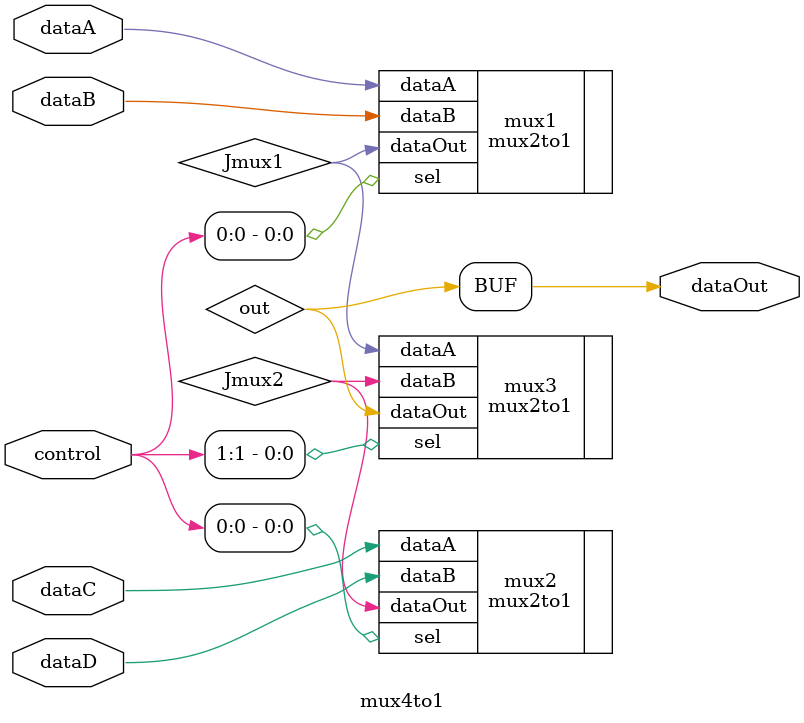
<source format=v>
`timescale 1ns/1ns
module mux4to1( input dataA, input dataB, input dataC, input dataD, input [1:0]control, output dataOut );

wire Jmux1 ; // 存入 看f[0]之值並判斷是否為or 或是 and 完後的值
wire Jmux2 ; // 存入 看f[0]之值並判斷是否為less 或是 add/sub 完後的值
wire out;

mux2to1 mux1( .dataA(dataA), .dataB(dataB), .sel(control[0]), .dataOut(Jmux1) ) ; // 先看f[0],若為1 mux_1則為or, 若為0 mux_1則為 and(f[0]為0則代表可能為0 or 2) 
mux2to1 mux2( .dataA(dataC), .dataB(dataD), .sel(control[0]), .dataOut(Jmux2) ) ; // 先看f[0],若為1 mux_1則為less, 若為0 mux_1則為 add or sub(f[0]為1則代表可能為1 or 3)
mux2to1 mux3( .dataA(Jmux1), .dataB(Jmux2), .sel(control[1]), .dataOut(out) ) ; // 再看f[1], out 為最後選擇的輸出
assign dataOut = out;

endmodule

</source>
